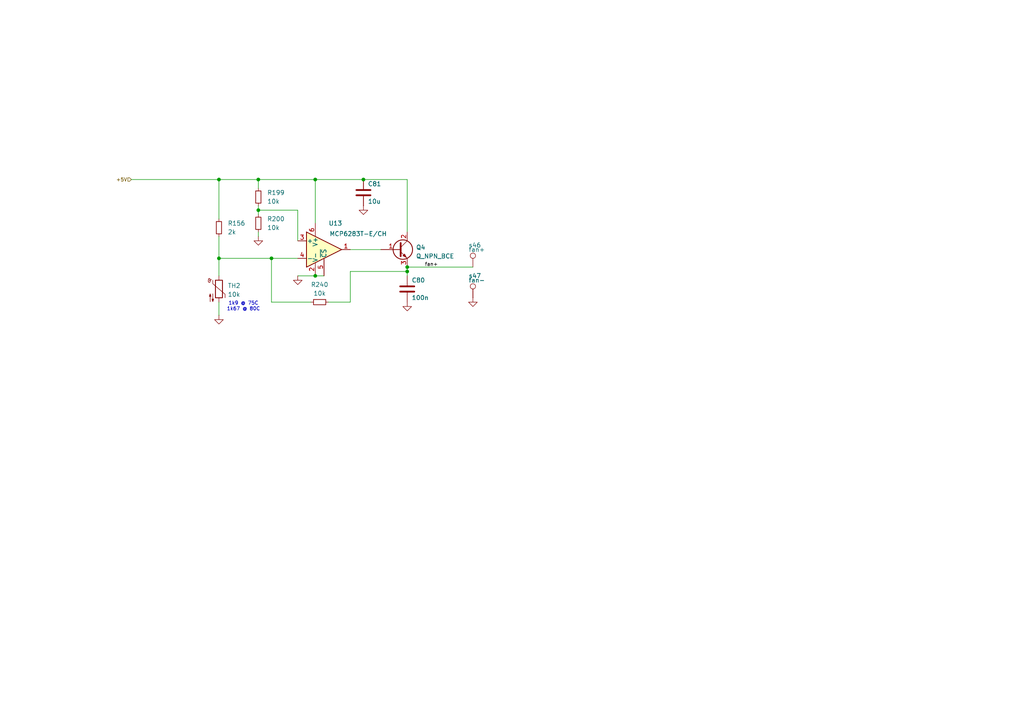
<source format=kicad_sch>
(kicad_sch (version 20231120) (generator "eeschema") (generator_version "8.0")
  (paper "A4")
  (lib_symbols
    (symbol "Amplifier_Operational:MCP603-xCH" (pin_names (offset 0.127))
      (property "Reference" "U" (at 0 6.35 0))
      (property "Value" "MCP603-xCH" (at 0 3.81 0))
      (symbol "MCP603-xCH_0_1"
        (polyline (pts (xy -5.08 5.08) (xy 5.08 0) (xy -5.08 -5.08) (xy -5.08 5.08)) (stroke (width 0.254)) (fill (type background)))
      )
      (symbol "MCP603-xCH_1_1"
        (pin output line (at 7.62 0 180) (length 2.54) (name "~") (number "1"))
        (pin power_in line (at -2.54 -7.62 90) (length 3.81) (name "V-") (number "2"))
        (pin input line (at -7.62 2.54 0) (length 2.54) (name "+") (number "3"))
        (pin input line (at -7.62 -2.54 0) (length 2.54) (name "-") (number "4"))
        (pin input line (at 0 -7.62 90) (length 5.08) (name "~{CS}") (number "5"))
        (pin power_in line (at -2.54 7.62 270) (length 3.81) (name "V+") (number "6"))
      )
    )
    (symbol "Connector:TestPoint" (pin_numbers hide) (pin_names (offset 0.762) hide)
      (property "Reference" "TP" (at 0 6.858 0))
      (property "Value" "TestPoint" (at 0 5.08 0))
      (symbol "TestPoint_0_1"
        (circle (center 0 3.302) (radius 0.762))
      )
      (symbol "TestPoint_1_1"
        (pin passive line (at 0 0 90) (length 2.54) (name "1") (number "1"))
      )
    )
    (symbol "Device:C" (pin_numbers hide) (pin_names (offset 0.254))
      (property "Reference" "C" (at 0.635 2.54 0))
      (property "Value" "C" (at 0.635 -2.54 0))
      (symbol "C_0_1"
        (polyline (pts (xy -2.032 -0.762) (xy 2.032 -0.762)) (stroke (width 0.508)))
        (polyline (pts (xy -2.032 0.762) (xy 2.032 0.762)) (stroke (width 0.508)))
      )
      (symbol "C_1_1"
        (pin passive line (at 0 3.81 270) (length 2.794) (name "~") (number "1"))
        (pin passive line (at 0 -3.81 90) (length 2.794) (name "~") (number "2"))
      )
    )
    (symbol "Device:Q_NPN_BCE" (pin_names (offset 0) hide)
      (property "Reference" "Q" (at 5.08 1.27 0))
      (property "Value" "Q_NPN_BCE" (at 5.08 -1.27 0))
      (symbol "Q_NPN_BCE_0_1"
        (polyline (pts (xy 0.635 0.635) (xy 2.54 2.54)))
        (polyline (pts (xy 0.635 -0.635) (xy 2.54 -2.54) (xy 2.54 -2.54)))
        (polyline (pts (xy 0.635 1.905) (xy 0.635 -1.905) (xy 0.635 -1.905)) (stroke (width 0.508)))
        (polyline (pts (xy 1.27 -1.778) (xy 1.778 -1.27) (xy 2.286 -2.286) (xy 1.27 -1.778) (xy 1.27 -1.778)) (fill (type outline)))
        (circle (center 1.27 0) (radius 2.8194) (stroke (width 0.254)))
      )
      (symbol "Q_NPN_BCE_1_1"
        (pin input line (at -5.08 0 0) (length 5.715) (name "B") (number "1"))
        (pin passive line (at 2.54 5.08 270) (length 2.54) (name "C") (number "2"))
        (pin passive line (at 2.54 -5.08 90) (length 2.54) (name "E") (number "3"))
      )
    )
    (symbol "Device:R_Small" (pin_numbers hide) (pin_names (offset 0.254) hide)
      (property "Reference" "R" (at 0.762 0.508 0))
      (property "Value" "R_Small" (at 0.762 -1.016 0))
      (symbol "R_Small_0_1"
        (rectangle (start -0.762 1.778) (end 0.762 -1.778) (stroke (width 0.2032)))
      )
      (symbol "R_Small_1_1"
        (pin passive line (at 0 2.54 270) (length 0.762) (name "~") (number "1"))
        (pin passive line (at 0 -2.54 90) (length 0.762) (name "~") (number "2"))
      )
    )
    (symbol "Device:Thermistor_NTC" (pin_numbers hide) (pin_names (offset 0))
      (property "Reference" "TH" (at -4.445 0 90))
      (property "Value" "Thermistor_NTC" (at 3.175 0 90))
      (symbol "Thermistor_NTC_0_1"
        (arc (start -3.048 2.159) (mid -3.0495 2.3143) (end -3.175 2.413))
        (arc (start -3.048 2.159) (mid -2.9736 1.9794) (end -2.794 1.905))
        (arc (start -3.048 2.794) (mid -2.9736 2.6144) (end -2.794 2.54))
        (arc (start -2.794 1.905) (mid -2.6144 1.9794) (end -2.54 2.159))
        (arc (start -2.794 2.54) (mid -2.4393 2.5587) (end -2.159 2.794))
        (arc (start -2.794 3.048) (mid -2.9736 2.9736) (end -3.048 2.794))
        (arc (start -2.54 2.794) (mid -2.6144 2.9736) (end -2.794 3.048))
        (rectangle (start -1.016 2.54) (end 1.016 -2.54) (stroke (width 0.254)))
        (polyline (pts (xy -2.54 2.159) (xy -2.54 2.794)))
        (polyline (pts (xy -1.778 2.54) (xy -1.778 1.524) (xy 1.778 -1.524) (xy 1.778 -2.54)))
        (polyline (pts (xy -2.54 -3.683) (xy -2.54 -1.397) (xy -2.794 -2.159) (xy -2.286 -2.159) (xy -2.54 -1.397) (xy -2.54 -1.651)) (fill (type outline)))
        (polyline (pts (xy -1.778 -1.397) (xy -1.778 -3.683) (xy -2.032 -2.921) (xy -1.524 -2.921) (xy -1.778 -3.683) (xy -1.778 -3.429)) (fill (type outline)))
      )
      (symbol "Thermistor_NTC_1_1"
        (pin passive line (at 0 3.81 270) (length 1.27) (name "~") (number "1"))
        (pin passive line (at 0 -3.81 90) (length 1.27) (name "~") (number "2"))
      )
    )
    (symbol "power:GND" (power) (pin_numbers hide) (pin_names (offset 0) hide)
      (property "Value" "GND" (at 0 -3.81 0))
      (symbol "GND_0_1"
        (polyline (pts (xy 0 0) (xy 0 -1.27) (xy 1.27 -1.27) (xy 0 -2.54) (xy -1.27 -1.27) (xy 0 -1.27)))
      )
      (symbol "GND_1_1"
        (pin power_in line (at 0 0 270) (length 0) (name "~") (number "1"))
      )
    )
  )
  (junction (at 105.41 52.07))
  (junction (at 118.11 77.47))
  (junction (at 91.44 80.01))
  (junction (at 118.11 78.74))
  (junction (at 74.93 60.96))
  (junction (at 78.74 74.93))
  (junction (at 91.44 52.07))
  (junction (at 74.93 52.07))
  (junction (at 63.5 74.93))
  (junction (at 63.5 52.07))
  (wire (pts (xy 63.5 63.5) (xy 63.5 52.07)))
  (wire (pts (xy 118.11 52.07) (xy 105.41 52.07)))
  (wire (pts (xy 105.41 52.07) (xy 91.44 52.07)))
  (wire (pts (xy 74.93 60.96) (xy 74.93 62.23)))
  (wire (pts (xy 91.44 52.07) (xy 91.44 64.77)))
  (wire (pts (xy 91.44 80.01) (xy 93.98 80.01)))
  (wire (pts (xy 63.5 74.93) (xy 78.74 74.93)))
  (wire (pts (xy 63.5 52.07) (xy 74.93 52.07)))
  (wire (pts (xy 74.93 59.69) (xy 74.93 60.96)))
  (wire (pts (xy 78.74 74.93) (xy 78.74 87.63)))
  (wire (pts (xy 86.36 80.01) (xy 91.44 80.01)))
  (wire (pts (xy 74.93 52.07) (xy 74.93 54.61)))
  (wire (pts (xy 101.6 72.39) (xy 110.49 72.39)))
  (wire (pts (xy 63.5 80.01) (xy 63.5 74.93)))
  (wire (pts (xy 63.5 87.63) (xy 63.5 91.44)))
  (wire (pts (xy 95.25 87.63) (xy 101.6 87.63)))
  (wire (pts (xy 101.6 87.63) (xy 101.6 78.74)))
  (wire (pts (xy 63.5 68.58) (xy 63.5 74.93)))
  (wire (pts (xy 86.36 60.96) (xy 86.36 69.85)))
  (wire (pts (xy 74.93 52.07) (xy 91.44 52.07)))
  (wire (pts (xy 118.11 67.31) (xy 118.11 52.07)))
  (wire (pts (xy 74.93 60.96) (xy 86.36 60.96)))
  (wire (pts (xy 90.17 87.63) (xy 78.74 87.63)))
  (wire (pts (xy 74.93 67.31) (xy 74.93 68.58)))
  (wire (pts (xy 137.16 77.47) (xy 118.11 77.47)))
  (wire (pts (xy 78.74 74.93) (xy 86.36 74.93)))
  (wire (pts (xy 101.6 78.74) (xy 118.11 78.74)))
  (wire (pts (xy 118.11 78.74) (xy 118.11 77.47)))
  (wire (pts (xy 118.11 78.74) (xy 118.11 80.01)))
  (wire (pts (xy 38.1 52.07) (xy 63.5 52.07)))
  (text "1k9 @ 75C\n1k67 @ 80C" (at 70.612 88.9 0) (effects (font (size 1.016 1.016))))
  (label "fan+" (at 123.19 77.47 0) (effects (font (size 1.016 1.016))))
  (hierarchical_label "+5V" (shape input) (at 38.1 52.07 180) (effects (font (size 1.016 1.016))))
  (symbol (lib_id "Device:C") (at 105.41 55.88 0) (unit 1)
    (property "Reference" "C81" (at 106.68 53.34 0) (effects (justify left)))
    (property "Value" "10u" (at 106.68 58.42 0) (effects (justify left)))
    (property "Footprint" "invendelirium_audio:C_0603_larger" (effects (hide yes)))
    (property "Voltage" "16V" (effects (hide yes)))
  )
  (symbol (lib_id "Device:R_Small") (at 74.93 57.15 0) (unit 1)
    (property "Reference" "R199" (at 77.47 55.8799 0) (effects (justify left)))
    (property "Value" "10k" (at 77.47 58.4199 0) (effects (justify left)))
    (property "Footprint" "invendelirium_audio:R_0603" (effects (hide yes)))
  )
  (symbol (lib_id "Connector:TestPoint") (at 137.16 77.47 0) (unit 1) (in_bom no)
    (property "Reference" "s46" (at 135.89 71.12 0) (effects (justify left)))
    (property "Value" "fan+" (at 135.89 72.39 0) (effects (justify left)))
    (property "Footprint" "invendelirium_general:pad_1.2x1.5" (effects (hide yes)))
  )
  (symbol (lib_id "Device:R_Small") (at 74.93 64.77 0) (unit 1)
    (property "Reference" "R200" (at 77.47 63.4999 0) (effects (justify left)))
    (property "Value" "10k" (at 77.47 66.0399 0) (effects (justify left)))
    (property "Footprint" "invendelirium_audio:R_0603" (effects (hide yes)))
  )
  (symbol (lib_id "power:GND") (at 137.16 86.36 0) (unit 1)
    (property "Reference" "#PWR0207" (effects (hide yes)))
    (property "Value" "GND" (effects (hide yes)))
  )
  (symbol (lib_id "power:GND") (at 118.11 87.63 0) (unit 1)
    (property "Reference" "#PWR0206" (effects (hide yes)))
    (property "Value" "GND" (effects (hide yes)))
  )
  (symbol (lib_id "Amplifier_Operational:MCP603-xCH") (at 93.98 72.39 0) (unit 1)
    (property "Reference" "U13" (at 97.282 64.77 0))
    (property "Value" "MCP6283T-E/CH" (at 103.886 67.818 0))
    (property "Footprint" "invendelirium_general:SOT-23-6" (effects (hide yes)))
    (property "Datasheet" "http://ww1.microchip.com/downloads/en/DeviceDoc/21314g.pdf" (effects (hide yes)))
    (property "Description" "Single 2.7V to 6.0V Single Supply CMOS Op Amps, with Chip Select, SOT-23-6" (effects (hide yes)))
  )
  (symbol (lib_id "Device:C") (at 118.11 83.82 0) (unit 1)
    (property "Reference" "C80" (at 119.38 81.28 0) (effects (justify left)))
    (property "Value" "100n" (at 119.38 86.36 0) (effects (justify left)))
    (property "Footprint" "invendelirium_audio:C_0603_larger" (effects (hide yes)))
    (property "Voltage" "16V" (effects (hide yes)))
  )
  (symbol (lib_id "Device:Thermistor_NTC") (at 63.5 83.82 0) (unit 1)
    (property "Reference" "TH2" (at 66.04 82.8674 0) (effects (justify left)))
    (property "Value" "10k" (at 66.04 85.4074 0) (effects (justify left)))
    (property "Footprint" "invendelirium_audio:R_0603" (effects (hide yes)))
    (property "Description" "Temperature dependent resistor, negative temperature coefficient" (effects (hide yes)))
    (property "PN" "NTCS0603E3103FLT" (effects (hide yes)))
  )
  (symbol (lib_id "Device:R_Small") (at 63.5 66.04 180) (unit 1)
    (property "Reference" "R156" (at 66.04 64.7699 0) (effects (justify right)))
    (property "Value" "2k" (at 66.04 67.3099 0) (effects (justify right)))
    (property "Footprint" "invendelirium_audio:R_0603" (effects (hide yes)))
  )
  (symbol (lib_id "power:GND") (at 63.5 91.44 0) (unit 1)
    (property "Reference" "#PWR0123" (effects (hide yes)))
    (property "Value" "GND" (effects (hide yes)))
  )
  (symbol (lib_id "Connector:TestPoint") (at 137.16 86.36 0) (unit 1) (in_bom no)
    (property "Reference" "s47" (at 135.89 80.01 0) (effects (justify left)))
    (property "Value" "fan-" (at 135.89 81.28 0) (effects (justify left)))
    (property "Footprint" "invendelirium_general:pad_1.2x1.5" (effects (hide yes)))
  )
  (symbol (lib_id "Device:R_Small") (at 92.71 87.63 90) (unit 1)
    (property "Reference" "R240" (at 92.71 82.55 90))
    (property "Value" "10k" (at 92.71 85.09 90))
    (property "Footprint" "invendelirium_audio:R_0603" (effects (hide yes)))
  )
  (symbol (lib_id "power:GND") (at 86.36 80.01 0) (unit 1)
    (property "Reference" "#PWR0110" (effects (hide yes)))
    (property "Value" "GND" (effects (hide yes)))
  )
  (symbol (lib_id "power:GND") (at 105.41 59.69 0) (unit 1)
    (property "Reference" "#PWR0114" (effects (hide yes)))
    (property "Value" "GND" (effects (hide yes)))
  )
  (symbol (lib_id "power:GND") (at 74.93 68.58 0) (unit 1)
    (property "Reference" "#PWR0116" (effects (hide yes)))
    (property "Value" "GND" (effects (hide yes)))
  )
  (symbol (lib_id "Device:Q_NPN_BCE") (at 115.57 72.39 0) (unit 1)
    (property "Reference" "Q4" (at 120.65 71.755 0) (effects (justify left)))
    (property "Value" "Q_NPN_BCE" (at 120.65 74.295 0) (effects (justify left)))
    (property "Footprint" "invendelirium_general:SOT23-3_PO123" (effects (hide yes)))
  )
)
</source>
